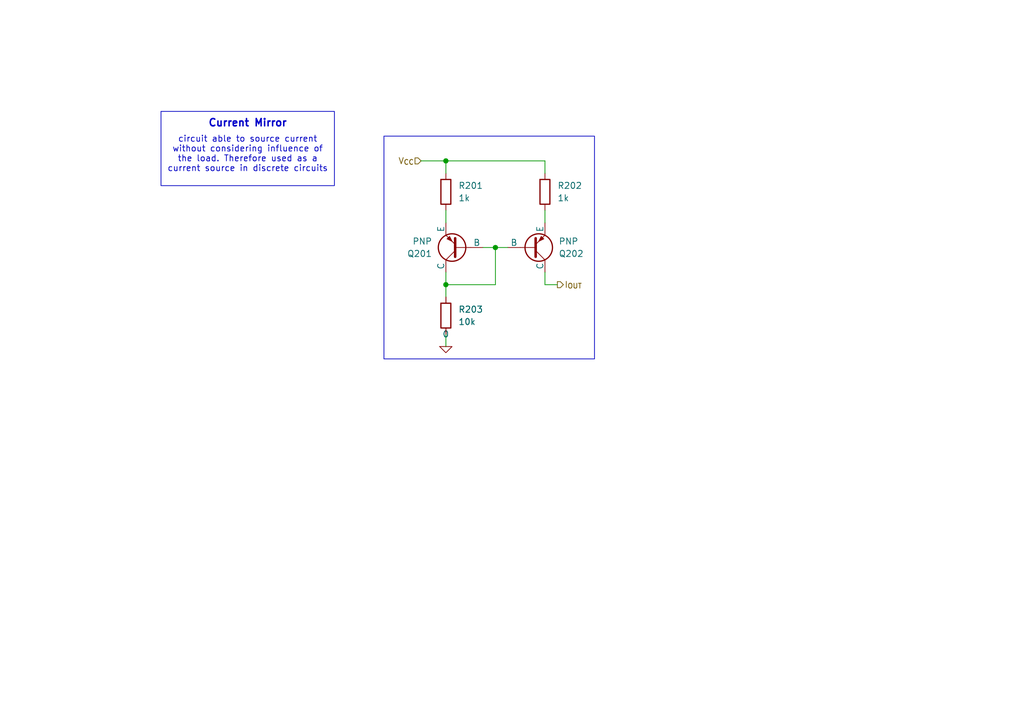
<source format=kicad_sch>
(kicad_sch (version 20231120) (generator "eeschema") (generator_version "8.0")
  (paper "A5")
  (lib_symbols
    (symbol "Device:R" (pin_numbers hide) (pin_names (offset 0))
      (property "Reference" "R" (at 2.032 0 90))
      (property "Value" "R" (at 0 0 90))
      (symbol "R_0_1"
        (rectangle (start -1.016 -2.54) (end 1.016 2.54) (stroke (width 0.254)))
      )
      (symbol "R_1_1"
        (pin passive line (at 0 3.81 270) (length 1.27) (name "~") (number "1"))
        (pin passive line (at 0 -3.81 90) (length 1.27) (name "~") (number "2"))
      )
    )
    (symbol "Simulation_SPICE:0" (power) (pin_numbers hide) (pin_names (offset 0) hide)
      (property "Value" "0" (at 0 -2.54 0))
      (symbol "0_0_1"
        (polyline (pts (xy -1.27 0) (xy 0 -1.27) (xy 1.27 0) (xy -1.27 0)))
      )
      (symbol "0_1_1"
        (pin power_in line (at 0 0 0) (length 0) (name "~") (number "1"))
      )
    )
    (symbol "Simulation_SPICE:PNP" (pin_numbers hide) (pin_names (offset 0))
      (property "Reference" "Q" (at -2.54 7.62 0))
      (property "Value" "PNP" (at -2.54 5.08 0))
      (symbol "PNP_0_1"
        (polyline (pts (xy -2.54 0) (xy 0.635 0)) (stroke (width 0.1524)))
        (polyline (pts (xy 0.635 0.635) (xy 2.54 2.54)))
        (polyline (pts (xy 0.635 -0.635) (xy 2.54 -2.54) (xy 2.54 -2.54)))
        (polyline (pts (xy 0.635 1.905) (xy 0.635 -1.905) (xy 0.635 -1.905)) (stroke (width 0.508)))
        (polyline (pts (xy 2.286 -1.778) (xy 1.778 -2.286) (xy 1.27 -1.27) (xy 2.286 -1.778) (xy 2.286 -1.778)) (fill (type outline)))
        (circle (center 1.27 0) (radius 2.8194) (stroke (width 0.254)))
      )
      (symbol "PNP_1_1"
        (pin open_collector line (at 2.54 5.08 270) (length 2.54) (name "C") (number "1"))
        (pin input line (at -5.08 0 0) (length 2.54) (name "B") (number "2"))
        (pin open_emitter line (at 2.54 -5.08 90) (length 2.54) (name "E") (number "3"))
      )
    )
  )
  (junction (at 91.44 33.02))
  (junction (at 101.6 50.8))
  (junction (at 91.44 58.42))
  (wire (pts (xy 111.76 58.42) (xy 114.3 58.42)))
  (wire (pts (xy 91.44 33.02) (xy 91.44 35.56)))
  (wire (pts (xy 91.44 43.18) (xy 91.44 45.72)))
  (wire (pts (xy 86.36 33.02) (xy 91.44 33.02)))
  (wire (pts (xy 91.44 55.88) (xy 91.44 58.42)))
  (wire (pts (xy 101.6 50.8) (xy 104.14 50.8)))
  (wire (pts (xy 99.06 50.8) (xy 101.6 50.8)))
  (wire (pts (xy 111.76 43.18) (xy 111.76 45.72)))
  (wire (pts (xy 91.44 58.42) (xy 91.44 60.96)))
  (wire (pts (xy 111.76 55.88) (xy 111.76 58.42)))
  (wire (pts (xy 91.44 58.42) (xy 101.6 58.42)))
  (wire (pts (xy 101.6 58.42) (xy 101.6 50.8)))
  (wire (pts (xy 111.76 35.56) (xy 111.76 33.02)))
  (wire (pts (xy 111.76 33.02) (xy 91.44 33.02)))
  (wire (pts (xy 91.44 68.58) (xy 91.44 71.12)))
  (rectangle (start 33.02 22.86) (end 68.58 38.1))
  (rectangle (start 78.74 27.94) (end 121.92 73.66))
  (text "Current Mirror" (at 50.8 25.4 0) (effects (font (size 1.5 1.5) (thickness 0.3) (bold yes))))
  (text "circuit able to source current\nwithout considering influence of\nthe load. Therefore used as a\ncurrent source in discrete circuits" (at 50.8 27.94 0) (effects (font (size 1.25 1.25)) (justify top)))
  (hierarchical_label "I_{OUT}" (shape output) (at 114.3 58.42 0) (effects (font (size 1.25 1.25))))
  (hierarchical_label "V_{CC}" (shape input) (at 86.36 33.02 180) (effects (font (size 1.25 1.25))))
  (symbol (lib_id "Simulation_SPICE:0") (at 91.44 71.12 0) (unit 1)
    (property "Reference" "#GND0201" (effects (hide yes)))
    (property "Value" "0" (at 91.44 68.58 0))
    (property "Datasheet" "https://ngspice.sourceforge.io/docs/ngspice-html-manual/manual.xhtml#subsec_Circuit_elements__device" (effects (hide yes)))
    (property "Description" "0V reference potential for simulation" (effects (hide yes)))
  )
  (symbol (lib_id "Simulation_SPICE:PNP") (at 109.22 50.8 0) (mirror x) (unit 1)
    (property "Reference" "Q202" (at 114.554 52.0701 0) (effects (justify left)))
    (property "Value" "PNP" (at 114.554 49.5301 0) (effects (justify left)))
    (property "Datasheet" "https://ngspice.sourceforge.io/docs/ngspice-html-manual/manual.xhtml#cha_BJTs" (effects (hide yes)))
    (property "Description" "Bipolar transistor symbol for simulation only, substrate tied to the emitter" (effects (hide yes)))
    (property "Sim.Device" "PNP" (effects (hide yes)))
    (property "Sim.Type" "GUMMELPOON" (effects (hide yes)))
    (property "Sim.Pins" "1=C 2=B 3=E" (effects (hide yes)))
  )
  (symbol (lib_id "Simulation_SPICE:PNP") (at 93.98 50.8 180) (unit 1)
    (property "Reference" "Q201" (at 88.646 52.0701 0) (effects (justify left)))
    (property "Value" "PNP" (at 88.646 49.5301 0) (effects (justify left)))
    (property "Datasheet" "https://ngspice.sourceforge.io/docs/ngspice-html-manual/manual.xhtml#cha_BJTs" (effects (hide yes)))
    (property "Description" "Bipolar transistor symbol for simulation only, substrate tied to the emitter" (effects (hide yes)))
    (property "Sim.Device" "PNP" (effects (hide yes)))
    (property "Sim.Type" "GUMMELPOON" (effects (hide yes)))
    (property "Sim.Pins" "1=C 2=B 3=E" (effects (hide yes)))
  )
  (symbol (lib_id "Device:R") (at 91.44 64.77 0) (unit 1)
    (property "Reference" "R203" (at 93.98 63.4999 0) (effects (justify left)))
    (property "Value" "10k" (at 93.98 66.04 0) (effects (font (size 1.25 1.25)) (justify left)))
    (property "Description" "Resistor" (effects (hide yes)))
  )
  (symbol (lib_id "Device:R") (at 111.76 39.37 0) (unit 1)
    (property "Reference" "R202" (at 114.3 38.0999 0) (effects (justify left)))
    (property "Value" "1k" (at 114.3 40.6399 0) (effects (justify left)))
    (property "Description" "Resistor" (effects (hide yes)))
  )
  (symbol (lib_id "Device:R") (at 91.44 39.37 0) (unit 1)
    (property "Reference" "R201" (at 93.98 38.0999 0) (effects (justify left)))
    (property "Value" "1k" (at 93.98 40.6399 0) (effects (justify left)))
    (property "Description" "Resistor" (effects (hide yes)))
  )
)
</source>
